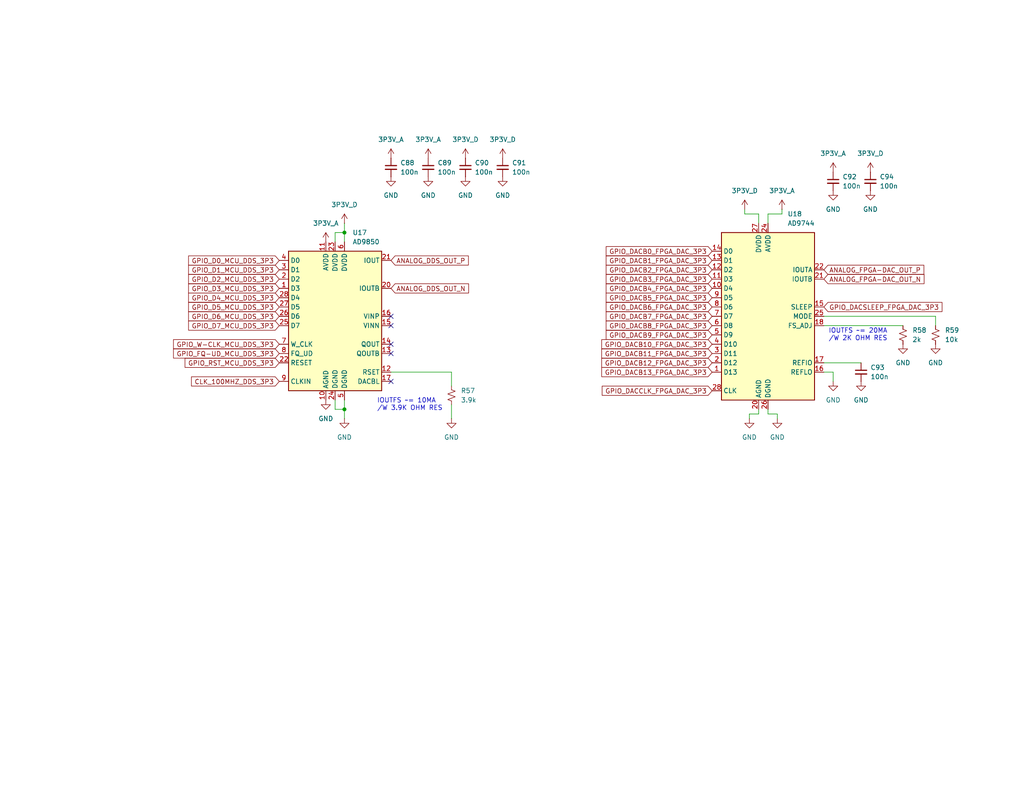
<source format=kicad_sch>
(kicad_sch (version 20231120) (generator "eeschema") (generator_version "8.0")
  (paper "A")
  (title_block (title "ARBITRARY WAVEFORM GENERATOR") (date "2024-09-11") (rev "0.0.1") (company "Tomasz Brzyzek"))
  (lib_symbols
    (symbol "BRZK_DAC:AD9744"
      (property "Reference" "U" (at -10.16 -24.13 0))
      (property "Value" "AD9744" (at 7.62 24.13 0))
      (symbol "AD9744_0_1"
        (rectangle (start 12.7 22.86) (end -12.7 -22.86) (stroke (width 0.254)) (fill (type background)))
      )
      (symbol "AD9744_1_0"
        (pin no_connect line (at 15.24 20.32 180) (length 2.54) hide (name "NC") (number "19"))
        (pin no_connect line (at 15.24 20.32 180) (length 2.54) hide (name "NC") (number "23"))
      )
      (symbol "AD9744_1_1"
        (pin input line (at -15.24 -15.24 0) (length 2.54) (name "D13") (number "1"))
        (pin input line (at -15.24 7.62 0) (length 2.54) (name "D4") (number "10"))
        (pin input line (at -15.24 10.16 0) (length 2.54) (name "D3") (number "11"))
        (pin input line (at -15.24 12.7 0) (length 2.54) (name "D2") (number "12"))
        (pin input line (at -15.24 15.24 0) (length 2.54) (name "D1") (number "13"))
        (pin input line (at -15.24 17.78 0) (length 2.54) (name "D0") (number "14"))
        (pin input line (at 15.24 2.54 180) (length 2.54) (name "SLEEP") (number "15"))
        (pin input line (at 15.24 -15.24 180) (length 2.54) (name "REFLO") (number "16"))
        (pin input line (at 15.24 -12.7 180) (length 2.54) (name "REFIO") (number "17"))
        (pin input line (at 15.24 -2.54 180) (length 2.54) (name "FS_ADJ") (number "18"))
        (pin input line (at -15.24 -12.7 0) (length 2.54) (name "D12") (number "2"))
        (pin power_in line (at -2.54 -25.4 90) (length 2.54) (name "AGND") (number "20"))
        (pin output line (at 15.24 10.16 180) (length 2.54) (name "IOUTB") (number "21"))
        (pin output line (at 15.24 12.7 180) (length 2.54) (name "IOUTA") (number "22"))
        (pin power_in line (at 0 25.4 270) (length 2.54) (name "AVDD") (number "24"))
        (pin input line (at 15.24 0 180) (length 2.54) (name "MODE") (number "25"))
        (pin power_in line (at 0 -25.4 90) (length 2.54) (name "DGND") (number "26"))
        (pin power_in line (at -2.54 25.4 270) (length 2.54) (name "DVDD") (number "27"))
        (pin input line (at -15.24 -20.32 0) (length 2.54) (name "CLK") (number "28"))
        (pin input line (at -15.24 -10.16 0) (length 2.54) (name "D11") (number "3"))
        (pin input line (at -15.24 -7.62 0) (length 2.54) (name "D10") (number "4"))
        (pin input line (at -15.24 -5.08 0) (length 2.54) (name "D9") (number "5"))
        (pin input line (at -15.24 -2.54 0) (length 2.54) (name "D8") (number "6"))
        (pin input line (at -15.24 0 0) (length 2.54) (name "D7") (number "7"))
        (pin input line (at -15.24 2.54 0) (length 2.54) (name "D6") (number "8"))
        (pin input line (at -15.24 5.08 0) (length 2.54) (name "D5") (number "9"))
      )
    )
    (symbol "Device:C_Small" (pin_numbers hide) (pin_names (offset 0.254) hide)
      (property "Reference" "C" (at 0.254 1.778 0))
      (property "Value" "C_Small" (at 0.254 -2.032 0))
      (symbol "C_Small_0_1"
        (polyline (pts (xy -1.524 -0.508) (xy 1.524 -0.508)) (stroke (width 0.3302)))
        (polyline (pts (xy -1.524 0.508) (xy 1.524 0.508)) (stroke (width 0.3048)))
      )
      (symbol "C_Small_1_1"
        (pin passive line (at 0 2.54 270) (length 2.032) (name "~") (number "1"))
        (pin passive line (at 0 -2.54 90) (length 2.032) (name "~") (number "2"))
      )
    )
    (symbol "Device:R_Small_US" (pin_numbers hide) (pin_names (offset 0.254) hide)
      (property "Reference" "R" (at 0.762 0.508 0))
      (property "Value" "R_Small_US" (at 0.762 -1.016 0))
      (symbol "R_Small_US_1_1"
        (polyline (pts (xy 0 0) (xy 1.016 -0.381) (xy 0 -0.762) (xy -1.016 -1.143) (xy 0 -1.524)))
        (polyline (pts (xy 0 1.524) (xy 1.016 1.143) (xy 0 0.762) (xy -1.016 0.381) (xy 0 0)))
        (pin passive line (at 0 2.54 270) (length 1.016) (name "~") (number "1"))
        (pin passive line (at 0 -2.54 90) (length 1.016) (name "~") (number "2"))
      )
    )
    (symbol "Interface:AD9850"
      (property "Reference" "U" (at -12.7 19.05 0))
      (property "Value" "AD9850" (at 12.7 19.05 0))
      (symbol "AD9850_0_1"
        (rectangle (start -12.7 17.78) (end 12.7 -20.32) (stroke (width 0.254)) (fill (type background)))
      )
      (symbol "AD9850_1_1"
        (pin input line (at -15.24 7.62 0) (length 2.54) (name "D3") (number "1"))
        (pin power_in line (at -2.54 -22.86 90) (length 2.54) (name "AGND") (number "10"))
        (pin power_in line (at -2.54 20.32 270) (length 2.54) (name "AVDD") (number "11"))
        (pin passive line (at 15.24 -15.24 180) (length 2.54) (name "RSET") (number "12"))
        (pin output line (at 15.24 -10.16 180) (length 2.54) (name "QOUTB") (number "13"))
        (pin output line (at 15.24 -7.62 180) (length 2.54) (name "QOUT") (number "14"))
        (pin input line (at 15.24 -2.54 180) (length 2.54) (name "VINN") (number "15"))
        (pin input line (at 15.24 0 180) (length 2.54) (name "VINP") (number "16"))
        (pin passive line (at 15.24 -17.78 180) (length 2.54) (name "DACBL") (number "17"))
        (pin passive line (at -2.54 20.32 270) (length 2.54) hide (name "AVDD") (number "18"))
        (pin passive line (at -2.54 -22.86 90) (length 2.54) hide (name "AGND") (number "19"))
        (pin input line (at -15.24 10.16 0) (length 2.54) (name "D2") (number "2"))
        (pin output line (at 15.24 7.62 180) (length 2.54) (name "IOUTB") (number "20"))
        (pin output line (at 15.24 15.24 180) (length 2.54) (name "IOUT") (number "21"))
        (pin input line (at -15.24 -12.7 0) (length 2.54) (name "RESET") (number "22"))
        (pin power_in line (at 0 20.32 270) (length 2.54) (name "DVDD") (number "23"))
        (pin power_in line (at 0 -22.86 90) (length 2.54) (name "DGND") (number "24"))
        (pin input line (at -15.24 -2.54 0) (length 2.54) (name "D7") (number "25"))
        (pin input line (at -15.24 0 0) (length 2.54) (name "D6") (number "26"))
        (pin input line (at -15.24 2.54 0) (length 2.54) (name "D5") (number "27"))
        (pin input line (at -15.24 5.08 0) (length 2.54) (name "D4") (number "28"))
        (pin input line (at -15.24 12.7 0) (length 2.54) (name "D1") (number "3"))
        (pin input line (at -15.24 15.24 0) (length 2.54) (name "D0") (number "4"))
        (pin power_in line (at 2.54 -22.86 90) (length 2.54) (name "DGND") (number "5"))
        (pin power_in line (at 2.54 20.32 270) (length 2.54) (name "DVDD") (number "6"))
        (pin input line (at -15.24 -7.62 0) (length 2.54) (name "W_CLK") (number "7"))
        (pin input line (at -15.24 -10.16 0) (length 2.54) (name "FQ_UD") (number "8"))
        (pin input line (at -15.24 -17.78 0) (length 2.54) (name "CLKIN") (number "9"))
      )
    )
    (symbol "power:+3V3" (power) (pin_numbers hide) (pin_names (offset 0) hide)
      (property "Value" "+3V3" (at 0 3.556 0))
      (symbol "+3V3_0_1"
        (polyline (pts (xy -0.762 1.27) (xy 0 2.54)))
        (polyline (pts (xy 0 0) (xy 0 2.54)))
        (polyline (pts (xy 0 2.54) (xy 0.762 1.27)))
      )
      (symbol "+3V3_1_1"
        (pin power_in line (at 0 0 90) (length 0) (name "~") (number "1"))
      )
    )
    (symbol "power:GND" (power) (pin_numbers hide) (pin_names (offset 0) hide)
      (property "Value" "GND" (at 0 -3.81 0))
      (symbol "GND_0_1"
        (polyline (pts (xy 0 0) (xy 0 -1.27) (xy 1.27 -1.27) (xy 0 -2.54) (xy -1.27 -1.27) (xy 0 -1.27)))
      )
      (symbol "GND_1_1"
        (pin power_in line (at 0 0 270) (length 0) (name "~") (number "1"))
      )
    )
  )
  (junction (at 93.98 111.76))
  (junction (at 93.98 63.5))
  (no_connect (at 106.68 93.98))
  (no_connect (at 106.68 96.52))
  (no_connect (at 106.68 88.9))
  (no_connect (at 106.68 104.14))
  (no_connect (at 106.68 86.36))
  (wire (pts (xy 93.98 63.5) (xy 93.98 66.04)))
  (wire (pts (xy 91.44 111.76) (xy 93.98 111.76)))
  (wire (pts (xy 209.55 111.76) (xy 209.55 113.03)))
  (wire (pts (xy 255.27 88.9) (xy 255.27 86.36)))
  (wire (pts (xy 213.36 58.42) (xy 213.36 57.15)))
  (wire (pts (xy 209.55 113.03) (xy 212.09 113.03)))
  (wire (pts (xy 123.19 114.3) (xy 123.19 110.49)))
  (wire (pts (xy 224.79 88.9) (xy 246.38 88.9)))
  (wire (pts (xy 123.19 101.6) (xy 106.68 101.6)))
  (wire (pts (xy 204.47 113.03) (xy 204.47 114.3)))
  (wire (pts (xy 93.98 109.22) (xy 93.98 111.76)))
  (wire (pts (xy 91.44 109.22) (xy 91.44 111.76)))
  (wire (pts (xy 93.98 60.96) (xy 93.98 63.5)))
  (wire (pts (xy 123.19 105.41) (xy 123.19 101.6)))
  (wire (pts (xy 207.01 111.76) (xy 207.01 113.03)))
  (wire (pts (xy 227.33 101.6) (xy 227.33 104.14)))
  (wire (pts (xy 91.44 63.5) (xy 93.98 63.5)))
  (wire (pts (xy 203.2 58.42) (xy 207.01 58.42)))
  (wire (pts (xy 224.79 101.6) (xy 227.33 101.6)))
  (wire (pts (xy 212.09 113.03) (xy 212.09 114.3)))
  (wire (pts (xy 91.44 66.04) (xy 91.44 63.5)))
  (wire (pts (xy 209.55 60.96) (xy 209.55 58.42)))
  (wire (pts (xy 209.55 58.42) (xy 213.36 58.42)))
  (wire (pts (xy 255.27 86.36) (xy 224.79 86.36)))
  (wire (pts (xy 93.98 111.76) (xy 93.98 114.3)))
  (wire (pts (xy 207.01 58.42) (xy 207.01 60.96)))
  (wire (pts (xy 207.01 113.03) (xy 204.47 113.03)))
  (wire (pts (xy 224.79 99.06) (xy 234.95 99.06)))
  (wire (pts (xy 203.2 57.15) (xy 203.2 58.42)))
  (text "IOUTFS ~= 20MA\n/W 2K OHM RES" (at 226.06 91.44 0) (effects (font (size 1.27 1.27)) (justify left)))
  (text "IOUTFS ~= 10MA\n/W 3.9K OHM RES" (at 102.87 110.49 0) (effects (font (size 1.27 1.27)) (justify left)))
  (global_label "GPIO_DACB7_FPGA_DAC_3P3" (shape input) (at 194.31 86.36 180) (property "Intersheetrefs" "${INTERSHEET_REFS}" (effects (hide yes))))
  (global_label "GPIO_D7_MCU_DDS_3P3" (shape input) (at 76.2 88.9 180) (property "Intersheetrefs" "${INTERSHEET_REFS}" (effects (hide yes))))
  (global_label "CLK_100MHZ_DDS_3P3" (shape input) (at 76.2 104.14 180) (property "Intersheetrefs" "${INTERSHEET_REFS}" (effects (hide yes))))
  (global_label "GPIO_D3_MCU_DDS_3P3" (shape input) (at 76.2 78.74 180) (property "Intersheetrefs" "${INTERSHEET_REFS}" (effects (hide yes))))
  (global_label "GPIO_D1_MCU_DDS_3P3" (shape input) (at 76.2 73.66 180) (property "Intersheetrefs" "${INTERSHEET_REFS}" (effects (hide yes))))
  (global_label "GPIO_DACSLEEP_FPGA_DAC_3P3" (shape input) (at 224.79 83.82 0) (property "Intersheetrefs" "${INTERSHEET_REFS}" (effects (hide yes))))
  (global_label "GPIO_D5_MCU_DDS_3P3" (shape input) (at 76.2 83.82 180) (property "Intersheetrefs" "${INTERSHEET_REFS}" (effects (hide yes))))
  (global_label "GPIO_DACB5_FPGA_DAC_3P3" (shape input) (at 194.31 81.28 180) (property "Intersheetrefs" "${INTERSHEET_REFS}" (effects (hide yes))))
  (global_label "GPIO_D4_MCU_DDS_3P3" (shape input) (at 76.2 81.28 180) (property "Intersheetrefs" "${INTERSHEET_REFS}" (effects (hide yes))))
  (global_label "GPIO_DACB4_FPGA_DAC_3P3" (shape input) (at 194.31 78.74 180) (property "Intersheetrefs" "${INTERSHEET_REFS}" (effects (hide yes))))
  (global_label "GPIO_D2_MCU_DDS_3P3" (shape input) (at 76.2 76.2 180) (property "Intersheetrefs" "${INTERSHEET_REFS}" (effects (hide yes))))
  (global_label "GPIO_DACB13_FPGA_DAC_3P3" (shape input) (at 194.31 101.6 180) (property "Intersheetrefs" "${INTERSHEET_REFS}" (effects (hide yes))))
  (global_label "ANALOG_FPGA-DAC_OUT_N" (shape input) (at 224.79 76.2 0) (property "Intersheetrefs" "${INTERSHEET_REFS}" (effects (hide yes))))
  (global_label "GPIO_DACB11_FPGA_DAC_3P3" (shape input) (at 194.31 96.52 180) (property "Intersheetrefs" "${INTERSHEET_REFS}" (effects (hide yes))))
  (global_label "GPIO_DACB10_FPGA_DAC_3P3" (shape input) (at 194.31 93.98 180) (property "Intersheetrefs" "${INTERSHEET_REFS}" (effects (hide yes))))
  (global_label "GPIO_DACB1_FPGA_DAC_3P3" (shape input) (at 194.31 71.12 180) (property "Intersheetrefs" "${INTERSHEET_REFS}" (effects (hide yes))))
  (global_label "GPIO_DACB2_FPGA_DAC_3P3" (shape input) (at 194.31 73.66 180) (property "Intersheetrefs" "${INTERSHEET_REFS}" (effects (hide yes))))
  (global_label "ANALOG_DDS_OUT_N" (shape input) (at 106.68 78.74 0) (property "Intersheetrefs" "${INTERSHEET_REFS}" (effects (hide yes))))
  (global_label "GPIO_RST_MCU_DDS_3P3" (shape input) (at 76.2 99.06 180) (property "Intersheetrefs" "${INTERSHEET_REFS}" (effects (hide yes))))
  (global_label "ANALOG_FPGA-DAC_OUT_P" (shape input) (at 224.79 73.66 0) (property "Intersheetrefs" "${INTERSHEET_REFS}" (effects (hide yes))))
  (global_label "GPIO_DACCLK_FPGA_DAC_3P3" (shape input) (at 194.31 106.68 180) (property "Intersheetrefs" "${INTERSHEET_REFS}" (effects (hide yes))))
  (global_label "GPIO_DACB0_FPGA_DAC_3P3" (shape input) (at 194.31 68.58 180) (property "Intersheetrefs" "${INTERSHEET_REFS}" (effects (hide yes))))
  (global_label "GPIO_DACB12_FPGA_DAC_3P3" (shape input) (at 194.31 99.06 180) (property "Intersheetrefs" "${INTERSHEET_REFS}" (effects (hide yes))))
  (global_label "GPIO_FQ-UD_MCU_DDS_3P3" (shape input) (at 76.2 96.52 180) (property "Intersheetrefs" "${INTERSHEET_REFS}" (effects (hide yes))))
  (global_label "GPIO_DACB3_FPGA_DAC_3P3" (shape input) (at 194.31 76.2 180) (property "Intersheetrefs" "${INTERSHEET_REFS}" (effects (hide yes))))
  (global_label "GPIO_DACB6_FPGA_DAC_3P3" (shape input) (at 194.31 83.82 180) (property "Intersheetrefs" "${INTERSHEET_REFS}" (effects (hide yes))))
  (global_label "ANALOG_DDS_OUT_P" (shape input) (at 106.68 71.12 0) (property "Intersheetrefs" "${INTERSHEET_REFS}" (effects (hide yes))))
  (global_label "GPIO_DACB9_FPGA_DAC_3P3" (shape input) (at 194.31 91.44 180) (property "Intersheetrefs" "${INTERSHEET_REFS}" (effects (hide yes))))
  (global_label "GPIO_DACB8_FPGA_DAC_3P3" (shape input) (at 194.31 88.9 180) (property "Intersheetrefs" "${INTERSHEET_REFS}" (effects (hide yes))))
  (global_label "GPIO_W-CLK_MCU_DDS_3P3" (shape input) (at 76.2 93.98 180) (property "Intersheetrefs" "${INTERSHEET_REFS}" (effects (hide yes))))
  (global_label "GPIO_D0_MCU_DDS_3P3" (shape input) (at 76.2 71.12 180) (property "Intersheetrefs" "${INTERSHEET_REFS}" (effects (hide yes))))
  (global_label "GPIO_D6_MCU_DDS_3P3" (shape input) (at 76.2 86.36 180) (property "Intersheetrefs" "${INTERSHEET_REFS}" (effects (hide yes))))
  (symbol (lib_id "power:GND") (at 204.47 114.3 0) (unit 1)
    (property "Reference" "#PWR0230" (effects (hide yes)))
    (property "Value" "GND" (at 204.47 119.38 0))
    (property "Description" "Power symbol creates a global label with name \"GND\" , ground" (effects (hide yes)))
  )
  (symbol (lib_id "power:GND") (at 234.95 104.14 0) (unit 1)
    (property "Reference" "#PWR0236" (effects (hide yes)))
    (property "Value" "GND" (at 234.95 109.22 0))
    (property "Description" "Power symbol creates a global label with name \"GND\" , ground" (effects (hide yes)))
  )
  (symbol (lib_id "power:GND") (at 212.09 114.3 0) (unit 1)
    (property "Reference" "#PWR0231" (effects (hide yes)))
    (property "Value" "GND" (at 212.09 119.38 0))
    (property "Description" "Power symbol creates a global label with name \"GND\" , ground" (effects (hide yes)))
  )
  (symbol (lib_id "Device:C_Small") (at 116.84 45.72 0) (unit 1)
    (property "Reference" "C89" (at 119.38 44.4563 0) (effects (justify left)))
    (property "Value" "100n" (at 119.38 46.9963 0) (effects (justify left)))
    (property "Footprint" "Capacitor_SMD:C_0603_1608Metric" (effects (hide yes)))
    (property "Description" "Unpolarized capacitor, small symbol" (effects (hide yes)))
    (property "Part Number" "CL10B104JB8NNNC" (effects (hide yes)))
    (property "LCSC" "C24452" (effects (hide yes)))
  )
  (symbol (lib_id "Interface:AD9850") (at 91.44 86.36 0) (unit 1)
    (property "Reference" "U17" (at 96.1741 63.5 0) (effects (justify left)))
    (property "Value" "AD9850" (at 96.1741 66.04 0) (effects (justify left)))
    (property "Footprint" "Package_SO:SSOP-28_5.3x10.2mm_P0.65mm" (effects (hide yes)))
    (property "Datasheet" "https://www.analog.com/media/en/technical-documentation/data-sheets/AD9850.pdf" (effects (hide yes)))
    (property "Description" "CMOS, 125 MHz, Complete DDS Synthesizer, SSOP-28" (effects (hide yes)))
    (property "LCSC" "C18731" (effects (hide yes)))
    (property "Part Number" "AD9850BRSZ" (effects (hide yes)))
  )
  (symbol (lib_id "Device:C_Small") (at 237.49 49.53 0) (unit 1)
    (property "Reference" "C94" (at 240.03 48.2663 0) (effects (justify left)))
    (property "Value" "100n" (at 240.03 50.8063 0) (effects (justify left)))
    (property "Footprint" "Capacitor_SMD:C_0603_1608Metric" (effects (hide yes)))
    (property "Description" "Unpolarized capacitor, small symbol" (effects (hide yes)))
    (property "Part Number" "CL10B104JB8NNNC" (effects (hide yes)))
    (property "LCSC" "C24452" (effects (hide yes)))
  )
  (symbol (lib_id "power:+3V3") (at 93.98 60.96 0) (unit 1)
    (property "Reference" "#PWR0218" (effects (hide yes)))
    (property "Value" "3P3V_D" (at 93.98 55.88 0))
    (property "Description" "Power symbol creates a global label with name \"+3V3\"" (effects (hide yes)))
  )
  (symbol (lib_id "Device:C_Small") (at 106.68 45.72 0) (unit 1)
    (property "Reference" "C88" (at 109.22 44.4563 0) (effects (justify left)))
    (property "Value" "100n" (at 109.22 46.9963 0) (effects (justify left)))
    (property "Footprint" "Capacitor_SMD:C_0603_1608Metric" (effects (hide yes)))
    (property "Description" "Unpolarized capacitor, small symbol" (effects (hide yes)))
    (property "Part Number" "CL10B104JB8NNNC" (effects (hide yes)))
    (property "LCSC" "C24452" (effects (hide yes)))
  )
  (symbol (lib_id "power:+3V3") (at 137.16 43.18 0) (unit 1)
    (property "Reference" "#PWR0227" (effects (hide yes)))
    (property "Value" "3P3V_D" (at 137.16 38.1 0))
    (property "Description" "Power symbol creates a global label with name \"+3V3\"" (effects (hide yes)))
  )
  (symbol (lib_id "power:GND") (at 123.19 114.3 0) (unit 1)
    (property "Reference" "#PWR0224" (effects (hide yes)))
    (property "Value" "GND" (at 123.19 119.38 0))
    (property "Description" "Power symbol creates a global label with name \"GND\" , ground" (effects (hide yes)))
  )
  (symbol (lib_id "Device:R_Small_US") (at 123.19 107.95 0) (unit 1)
    (property "Reference" "R57" (at 125.73 106.6799 0) (effects (justify left)))
    (property "Value" "3.9k" (at 125.73 109.2199 0) (effects (justify left)))
    (property "Footprint" "Resistor_SMD:R_0603_1608Metric" (effects (hide yes)))
    (property "Description" "Resistor, small US symbol" (effects (hide yes)))
    (property "LCSC" "C23018" (effects (hide yes)))
    (property "Part Number" "0603WAF3901T5E" (effects (hide yes)))
  )
  (symbol (lib_id "power:GND") (at 116.84 48.26 0) (unit 1)
    (property "Reference" "#PWR0223" (effects (hide yes)))
    (property "Value" "GND" (at 116.84 53.34 0))
    (property "Description" "Power symbol creates a global label with name \"GND\" , ground" (effects (hide yes)))
  )
  (symbol (lib_id "Device:R_Small_US") (at 255.27 91.44 0) (unit 1)
    (property "Reference" "R59" (at 257.81 90.1699 0) (effects (justify left)))
    (property "Value" "10k" (at 257.81 92.7099 0) (effects (justify left)))
    (property "Footprint" "Resistor_SMD:R_0603_1608Metric" (effects (hide yes)))
    (property "Description" "Resistor, small US symbol" (effects (hide yes)))
    (property "Part Number" "0603WAF1002T5E" (effects (hide yes)))
    (property "LCSC" "C25804" (effects (hide yes)))
  )
  (symbol (lib_id "power:+3V3") (at 213.36 57.15 0) (unit 1)
    (property "Reference" "#PWR0232" (effects (hide yes)))
    (property "Value" "3P3V_A" (at 213.36 52.07 0))
    (property "Description" "Power symbol creates a global label with name \"+3V3\"" (effects (hide yes)))
  )
  (symbol (lib_id "power:GND") (at 93.98 114.3 0) (unit 1)
    (property "Reference" "#PWR0219" (effects (hide yes)))
    (property "Value" "GND" (at 93.98 119.38 0))
    (property "Description" "Power symbol creates a global label with name \"GND\" , ground" (effects (hide yes)))
  )
  (symbol (lib_id "Device:C_Small") (at 127 45.72 0) (unit 1)
    (property "Reference" "C90" (at 129.54 44.4563 0) (effects (justify left)))
    (property "Value" "100n" (at 129.54 46.9963 0) (effects (justify left)))
    (property "Footprint" "Capacitor_SMD:C_0603_1608Metric" (effects (hide yes)))
    (property "Description" "Unpolarized capacitor, small symbol" (effects (hide yes)))
    (property "Part Number" "CL10B104JB8NNNC" (effects (hide yes)))
    (property "LCSC" "C24452" (effects (hide yes)))
  )
  (symbol (lib_id "power:GND") (at 127 48.26 0) (unit 1)
    (property "Reference" "#PWR0226" (effects (hide yes)))
    (property "Value" "GND" (at 127 53.34 0))
    (property "Description" "Power symbol creates a global label with name \"GND\" , ground" (effects (hide yes)))
  )
  (symbol (lib_id "power:+3V3") (at 227.33 46.99 0) (unit 1)
    (property "Reference" "#PWR0233" (effects (hide yes)))
    (property "Value" "3P3V_A" (at 227.33 41.91 0))
    (property "Description" "Power symbol creates a global label with name \"+3V3\"" (effects (hide yes)))
  )
  (symbol (lib_id "Device:C_Small") (at 137.16 45.72 0) (unit 1)
    (property "Reference" "C91" (at 139.7 44.4563 0) (effects (justify left)))
    (property "Value" "100n" (at 139.7 46.9963 0) (effects (justify left)))
    (property "Footprint" "Capacitor_SMD:C_0603_1608Metric" (effects (hide yes)))
    (property "Description" "Unpolarized capacitor, small symbol" (effects (hide yes)))
    (property "Part Number" "CL10B104JB8NNNC" (effects (hide yes)))
    (property "LCSC" "C24452" (effects (hide yes)))
  )
  (symbol (lib_id "power:GND") (at 255.27 93.98 0) (unit 1)
    (property "Reference" "#PWR0240" (effects (hide yes)))
    (property "Value" "GND" (at 255.27 99.06 0))
    (property "Description" "Power symbol creates a global label with name \"GND\" , ground" (effects (hide yes)))
  )
  (symbol (lib_id "Device:R_Small_US") (at 246.38 91.44 0) (unit 1)
    (property "Reference" "R58" (at 248.92 90.1699 0) (effects (justify left)))
    (property "Value" "2k" (at 248.92 92.7099 0) (effects (justify left)))
    (property "Footprint" "Resistor_SMD:R_0603_1608Metric" (effects (hide yes)))
    (property "Description" "Resistor, small US symbol" (effects (hide yes)))
    (property "LCSC" "C22975" (effects (hide yes)))
    (property "Part Number" "0603WAF2001T5E" (effects (hide yes)))
  )
  (symbol (lib_id "power:GND") (at 106.68 48.26 0) (unit 1)
    (property "Reference" "#PWR0221" (effects (hide yes)))
    (property "Value" "GND" (at 106.68 53.34 0))
    (property "Description" "Power symbol creates a global label with name \"GND\" , ground" (effects (hide yes)))
  )
  (symbol (lib_id "power:+3V3") (at 88.9 66.04 0) (unit 1)
    (property "Reference" "#PWR0216" (effects (hide yes)))
    (property "Value" "3P3V_A" (at 88.9 60.96 0))
    (property "Description" "Power symbol creates a global label with name \"+3V3\"" (effects (hide yes)))
  )
  (symbol (lib_id "power:GND") (at 237.49 52.07 0) (unit 1)
    (property "Reference" "#PWR0238" (effects (hide yes)))
    (property "Value" "GND" (at 237.49 57.15 0))
    (property "Description" "Power symbol creates a global label with name \"GND\" , ground" (effects (hide yes)))
  )
  (symbol (lib_id "power:+3V3") (at 106.68 43.18 0) (unit 1)
    (property "Reference" "#PWR0220" (effects (hide yes)))
    (property "Value" "3P3V_A" (at 106.68 38.1 0))
    (property "Description" "Power symbol creates a global label with name \"+3V3\"" (effects (hide yes)))
  )
  (symbol (lib_id "Device:C_Small") (at 227.33 49.53 0) (unit 1)
    (property "Reference" "C92" (at 229.87 48.2663 0) (effects (justify left)))
    (property "Value" "100n" (at 229.87 50.8063 0) (effects (justify left)))
    (property "Footprint" "Capacitor_SMD:C_0603_1608Metric" (effects (hide yes)))
    (property "Description" "Unpolarized capacitor, small symbol" (effects (hide yes)))
    (property "Part Number" "CL10B104JB8NNNC" (effects (hide yes)))
    (property "LCSC" "C24452" (effects (hide yes)))
  )
  (symbol (lib_id "power:GND") (at 227.33 52.07 0) (unit 1)
    (property "Reference" "#PWR0234" (effects (hide yes)))
    (property "Value" "GND" (at 227.33 57.15 0))
    (property "Description" "Power symbol creates a global label with name \"GND\" , ground" (effects (hide yes)))
  )
  (symbol (lib_id "power:+3V3") (at 116.84 43.18 0) (unit 1)
    (property "Reference" "#PWR0222" (effects (hide yes)))
    (property "Value" "3P3V_A" (at 116.84 38.1 0))
    (property "Description" "Power symbol creates a global label with name \"+3V3\"" (effects (hide yes)))
  )
  (symbol (lib_id "power:+3V3") (at 203.2 57.15 0) (unit 1)
    (property "Reference" "#PWR0229" (effects (hide yes)))
    (property "Value" "3P3V_D" (at 203.2 52.07 0))
    (property "Description" "Power symbol creates a global label with name \"+3V3\"" (effects (hide yes)))
  )
  (symbol (lib_id "power:GND") (at 246.38 93.98 0) (unit 1)
    (property "Reference" "#PWR0239" (effects (hide yes)))
    (property "Value" "GND" (at 246.38 99.06 0))
    (property "Description" "Power symbol creates a global label with name \"GND\" , ground" (effects (hide yes)))
  )
  (symbol (lib_id "power:+3V3") (at 237.49 46.99 0) (unit 1)
    (property "Reference" "#PWR0237" (effects (hide yes)))
    (property "Value" "3P3V_D" (at 237.49 41.91 0))
    (property "Description" "Power symbol creates a global label with name \"+3V3\"" (effects (hide yes)))
  )
  (symbol (lib_id "power:+3V3") (at 127 43.18 0) (unit 1)
    (property "Reference" "#PWR0225" (effects (hide yes)))
    (property "Value" "3P3V_D" (at 127 38.1 0))
    (property "Description" "Power symbol creates a global label with name \"+3V3\"" (effects (hide yes)))
  )
  (symbol (lib_id "power:GND") (at 137.16 48.26 0) (unit 1)
    (property "Reference" "#PWR0228" (effects (hide yes)))
    (property "Value" "GND" (at 137.16 53.34 0))
    (property "Description" "Power symbol creates a global label with name \"GND\" , ground" (effects (hide yes)))
  )
  (symbol (lib_id "power:GND") (at 88.9 109.22 0) (unit 1)
    (property "Reference" "#PWR0217" (effects (hide yes)))
    (property "Value" "GND" (at 88.9 114.3 0))
    (property "Description" "Power symbol creates a global label with name \"GND\" , ground" (effects (hide yes)))
  )
  (symbol (lib_id "power:GND") (at 227.33 104.14 0) (unit 1)
    (property "Reference" "#PWR0235" (effects (hide yes)))
    (property "Value" "GND" (at 227.33 109.22 0))
    (property "Description" "Power symbol creates a global label with name \"GND\" , ground" (effects (hide yes)))
  )
  (symbol (lib_id "Device:C_Small") (at 234.95 101.6 0) (unit 1)
    (property "Reference" "C93" (at 237.49 100.3363 0) (effects (justify left)))
    (property "Value" "100n" (at 237.49 102.8763 0) (effects (justify left)))
    (property "Footprint" "Capacitor_SMD:C_0603_1608Metric" (effects (hide yes)))
    (property "Description" "Unpolarized capacitor, small symbol" (effects (hide yes)))
    (property "Part Number" "CL10B104JB8NNNC" (effects (hide yes)))
    (property "LCSC" "C24452" (effects (hide yes)))
  )
  (symbol (lib_id "BRZK_DAC:AD9744") (at 209.55 86.36 0) (unit 1)
    (property "Reference" "U18" (at 214.884 58.42 0) (effects (justify left)))
    (property "Value" "AD9744" (at 214.884 60.96 0) (effects (justify left)))
    (property "Footprint" "Package_SO:TSSOP-28_4.4x9.7mm_P0.65mm" (effects (hide yes)))
    (property "Datasheet" "https://www.analog.com/media/en/technical-documentation/data-sheets/AD9744.pdf" (effects (hide yes)))
    (property "Description" "210MSPS 14bit DAC, TSSOP-28" (effects (hide yes)))
    (property "Part Number" "AD9744ARUZRL7" (effects (hide yes)))
    (property "LCSC" "C461519" (effects (hide yes)))
  )
)
</source>
